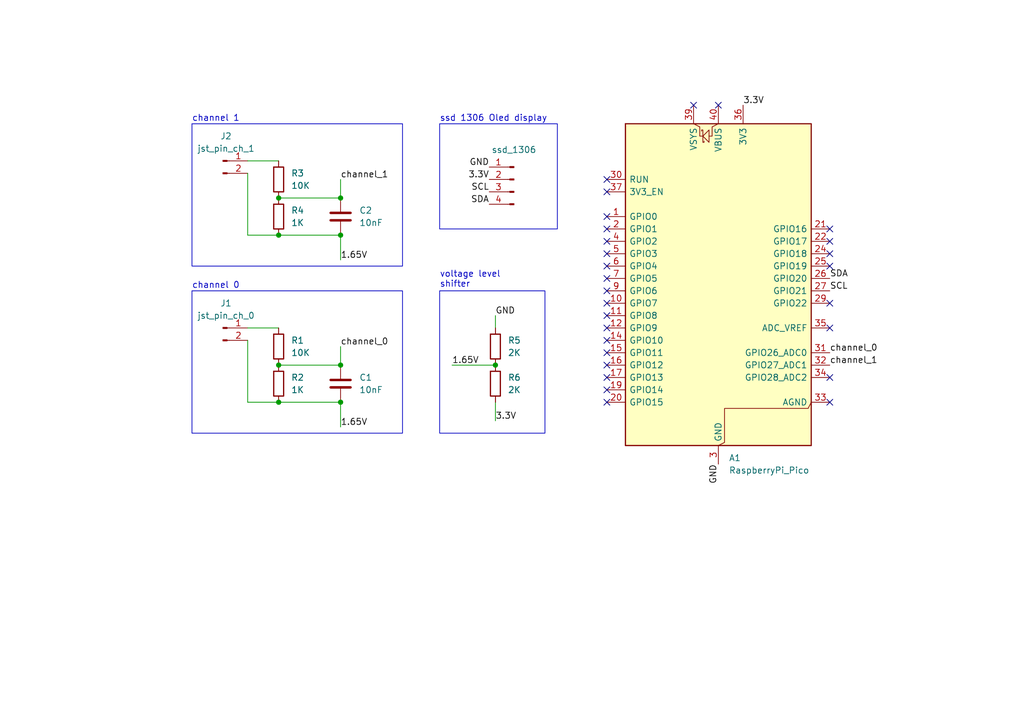
<source format=kicad_sch>
(kicad_sch (version 20250114) (generator "eeschema") (generator_version "9.0")
  (paper "A5")
  (lib_symbols
    (symbol "Connector:Conn_01x02_Pin" (pin_names (offset 1.016) (hide yes))
      (property "Reference" "J" (at 0 2.54 0))
      (property "Value" "Conn_01x02_Pin" (at 0 -5.08 0))
      (symbol "Conn_01x02_Pin_1_1"
        (rectangle (start 0.8636 0.127) (end 0 -0.127) (stroke (width 0.1524)) (fill (type outline)))
        (rectangle (start 0.8636 -2.413) (end 0 -2.667) (stroke (width 0.1524)) (fill (type outline)))
        (polyline (pts (xy 1.27 0) (xy 0.8636 0)) (stroke (width 0.1524)))
        (polyline (pts (xy 1.27 -2.54) (xy 0.8636 -2.54)) (stroke (width 0.1524)))
        (pin passive line (at 5.08 0 180) (length 3.81) (name "Pin_1") (number "1"))
        (pin passive line (at 5.08 -2.54 180) (length 3.81) (name "Pin_2") (number "2"))
      )
    )
    (symbol "Connector:Conn_01x04_Pin" (pin_names (offset 1.016) (hide yes))
      (property "Reference" "J" (at 0 5.08 0))
      (property "Value" "Conn_01x04_Pin" (at 0 -7.62 0))
      (symbol "Conn_01x04_Pin_1_1"
        (rectangle (start 0.8636 2.667) (end 0 2.413) (stroke (width 0.1524)) (fill (type outline)))
        (rectangle (start 0.8636 0.127) (end 0 -0.127) (stroke (width 0.1524)) (fill (type outline)))
        (rectangle (start 0.8636 -2.413) (end 0 -2.667) (stroke (width 0.1524)) (fill (type outline)))
        (rectangle (start 0.8636 -4.953) (end 0 -5.207) (stroke (width 0.1524)) (fill (type outline)))
        (polyline (pts (xy 1.27 2.54) (xy 0.8636 2.54)) (stroke (width 0.1524)))
        (polyline (pts (xy 1.27 0) (xy 0.8636 0)) (stroke (width 0.1524)))
        (polyline (pts (xy 1.27 -2.54) (xy 0.8636 -2.54)) (stroke (width 0.1524)))
        (polyline (pts (xy 1.27 -5.08) (xy 0.8636 -5.08)) (stroke (width 0.1524)))
        (pin passive line (at 5.08 2.54 180) (length 3.81) (name "Pin_1") (number "1"))
        (pin passive line (at 5.08 0 180) (length 3.81) (name "Pin_2") (number "2"))
        (pin passive line (at 5.08 -2.54 180) (length 3.81) (name "Pin_3") (number "3"))
        (pin passive line (at 5.08 -5.08 180) (length 3.81) (name "Pin_4") (number "4"))
      )
    )
    (symbol "Device:C" (pin_numbers (hide yes)) (pin_names (offset 0.254))
      (property "Reference" "C" (at 0.635 2.54 0))
      (property "Value" "C" (at 0.635 -2.54 0))
      (symbol "C_0_1"
        (polyline (pts (xy -2.032 0.762) (xy 2.032 0.762)) (stroke (width 0.508)))
        (polyline (pts (xy -2.032 -0.762) (xy 2.032 -0.762)) (stroke (width 0.508)))
      )
      (symbol "C_1_1"
        (pin passive line (at 0 3.81 270) (length 2.794) (name "~") (number "1"))
        (pin passive line (at 0 -3.81 90) (length 2.794) (name "~") (number "2"))
      )
    )
    (symbol "Device:R" (pin_numbers (hide yes)) (pin_names (offset 0))
      (property "Reference" "R" (at 2.032 0 90))
      (property "Value" "R" (at 0 0 90))
      (symbol "R_0_1"
        (rectangle (start -1.016 -2.54) (end 1.016 2.54) (stroke (width 0.254)))
      )
      (symbol "R_1_1"
        (pin passive line (at 0 3.81 270) (length 1.27) (name "~") (number "1"))
        (pin passive line (at 0 -3.81 90) (length 1.27) (name "~") (number "2"))
      )
    )
    (symbol "MCU_Module:RaspberryPi_Pico" (pin_names (offset 0.762))
      (property "Reference" "A" (at -19.05 35.56 0))
      (property "Value" "RaspberryPi_Pico" (at 7.62 35.56 0))
      (symbol "RaspberryPi_Pico_0_1"
        (rectangle (start -19.05 34.29) (end 19.05 -31.75) (stroke (width 0.254)) (fill (type background)))
        (polyline (pts (xy -5.08 34.29) (xy -3.81 33.655) (xy -3.81 31.75) (xy -3.175 31.75)))
        (polyline (pts (xy -3.429 32.766) (xy -3.429 33.02) (xy -3.175 33.02) (xy -3.175 30.48) (xy -2.921 30.48) (xy -2.921 30.734)))
        (polyline (pts (xy -3.175 31.75) (xy -1.905 33.02) (xy -1.905 30.48) (xy -3.175 31.75)))
        (polyline (pts (xy 0 34.29) (xy -1.27 33.655) (xy -1.27 31.75) (xy -1.905 31.75)))
        (polyline (pts (xy 0 -31.75) (xy 1.27 -31.115) (xy 1.27 -24.13) (xy 18.415 -24.13) (xy 19.05 -22.86)))
      )
      (symbol "RaspberryPi_Pico_1_1"
        (pin passive line (at -22.86 22.86 0) (length 3.81) (name "RUN") (number "30"))
        (pin passive line (at -22.86 20.32 0) (length 3.81) (name "3V3_EN") (number "37"))
        (pin bidirectional line (at -22.86 15.24 0) (length 3.81) (name "GPIO0") (number "1"))
        (pin bidirectional line (at -22.86 12.7 0) (length 3.81) (name "GPIO1") (number "2"))
        (pin bidirectional line (at -22.86 10.16 0) (length 3.81) (name "GPIO2") (number "4"))
        (pin bidirectional line (at -22.86 7.62 0) (length 3.81) (name "GPIO3") (number "5"))
        (pin bidirectional line (at -22.86 5.08 0) (length 3.81) (name "GPIO4") (number "6"))
        (pin bidirectional line (at -22.86 2.54 0) (length 3.81) (name "GPIO5") (number "7"))
        (pin bidirectional line (at -22.86 0 0) (length 3.81) (name "GPIO6") (number "9"))
        (pin bidirectional line (at -22.86 -2.54 0) (length 3.81) (name "GPIO7") (number "10"))
        (pin bidirectional line (at -22.86 -5.08 0) (length 3.81) (name "GPIO8") (number "11"))
        (pin bidirectional line (at -22.86 -7.62 0) (length 3.81) (name "GPIO9") (number "12"))
        (pin bidirectional line (at -22.86 -10.16 0) (length 3.81) (name "GPIO10") (number "14"))
        (pin bidirectional line (at -22.86 -12.7 0) (length 3.81) (name "GPIO11") (number "15"))
        (pin bidirectional line (at -22.86 -15.24 0) (length 3.81) (name "GPIO12") (number "16"))
        (pin bidirectional line (at -22.86 -17.78 0) (length 3.81) (name "GPIO13") (number "17"))
        (pin bidirectional line (at -22.86 -20.32 0) (length 3.81) (name "GPIO14") (number "19"))
        (pin bidirectional line (at -22.86 -22.86 0) (length 3.81) (name "GPIO15") (number "20"))
        (pin power_in line (at -5.08 38.1 270) (length 3.81) (name "VSYS") (number "39"))
        (pin power_out line (at 0 38.1 270) (length 3.81) (name "VBUS") (number "40"))
        (pin passive line (at 0 -35.56 90) (length 3.81) (hide yes) (name "GND") (number "13"))
        (pin passive line (at 0 -35.56 90) (length 3.81) (hide yes) (name "GND") (number "18"))
        (pin passive line (at 0 -35.56 90) (length 3.81) (hide yes) (name "GND") (number "23"))
        (pin passive line (at 0 -35.56 90) (length 3.81) (hide yes) (name "GND") (number "28"))
        (pin power_out line (at 0 -35.56 90) (length 3.81) (name "GND") (number "3"))
        (pin passive line (at 0 -35.56 90) (length 3.81) (hide yes) (name "GND") (number "38"))
        (pin passive line (at 0 -35.56 90) (length 3.81) (hide yes) (name "GND") (number "8"))
        (pin power_out line (at 5.08 38.1 270) (length 3.81) (name "3V3") (number "36"))
        (pin bidirectional line (at 22.86 12.7 180) (length 3.81) (name "GPIO16") (number "21"))
        (pin bidirectional line (at 22.86 10.16 180) (length 3.81) (name "GPIO17") (number "22"))
        (pin bidirectional line (at 22.86 7.62 180) (length 3.81) (name "GPIO18") (number "24"))
        (pin bidirectional line (at 22.86 5.08 180) (length 3.81) (name "GPIO19") (number "25"))
        (pin bidirectional line (at 22.86 2.54 180) (length 3.81) (name "GPIO20") (number "26"))
        (pin bidirectional line (at 22.86 0 180) (length 3.81) (name "GPIO21") (number "27"))
        (pin bidirectional line (at 22.86 -2.54 180) (length 3.81) (name "GPIO22") (number "29"))
        (pin power_in line (at 22.86 -7.62 180) (length 3.81) (name "ADC_VREF") (number "35"))
        (pin bidirectional line (at 22.86 -12.7 180) (length 3.81) (name "GPIO26_ADC0") (number "31"))
        (pin bidirectional line (at 22.86 -15.24 180) (length 3.81) (name "GPIO27_ADC1") (number "32"))
        (pin bidirectional line (at 22.86 -17.78 180) (length 3.81) (name "GPIO28_ADC2") (number "34"))
        (pin power_out line (at 22.86 -22.86 180) (length 3.81) (name "AGND") (number "33"))
      )
    )
  )
  (rectangle (start 39.37 59.69) (end 82.55 88.9))
  (rectangle (start 39.37 25.4) (end 82.55 54.61))
  (rectangle (start 90.17 59.69) (end 111.76 88.9))
  (rectangle (start 90.17 25.4) (end 114.3 46.99))
  (text "ssd 1306 Oled display" (at 90.17 24.384 0) (effects (font (size 1.27 1.27)) (justify left)))
  (text "voltage level\nshifter" (at 90.17 57.404 0) (effects (font (size 1.27 1.27)) (justify left)))
  (text "channel 0" (at 39.37 58.674 0) (effects (font (size 1.27 1.27)) (justify left)))
  (text "channel 1" (at 39.37 24.384 0) (effects (font (size 1.27 1.27)) (justify left)))
  (junction (at 57.15 48.26))
  (junction (at 69.85 82.55))
  (junction (at 69.85 48.26))
  (junction (at 69.85 74.93))
  (junction (at 57.15 82.55))
  (junction (at 69.85 40.64))
  (junction (at 101.6 74.93))
  (junction (at 57.15 40.64))
  (junction (at 57.15 74.93))
  (no_connect (at 124.46 72.39))
  (no_connect (at 124.46 57.15))
  (no_connect (at 124.46 46.99))
  (no_connect (at 170.18 77.47))
  (no_connect (at 124.46 49.53))
  (no_connect (at 170.18 54.61))
  (no_connect (at 170.18 52.07))
  (no_connect (at 170.18 46.99))
  (no_connect (at 124.46 80.01))
  (no_connect (at 124.46 54.61))
  (no_connect (at 124.46 44.45))
  (no_connect (at 142.24 21.59))
  (no_connect (at 124.46 69.85))
  (no_connect (at 170.18 82.55))
  (no_connect (at 170.18 67.31))
  (no_connect (at 124.46 77.47))
  (no_connect (at 124.46 59.69))
  (no_connect (at 124.46 52.07))
  (no_connect (at 124.46 62.23))
  (no_connect (at 170.18 49.53))
  (no_connect (at 124.46 36.83))
  (no_connect (at 124.46 39.37))
  (no_connect (at 124.46 64.77))
  (no_connect (at 170.18 62.23))
  (no_connect (at 124.46 67.31))
  (no_connect (at 124.46 82.55))
  (no_connect (at 147.32 21.59))
  (no_connect (at 124.46 74.93))
  (wire (pts (xy 50.8 33.02) (xy 57.15 33.02)))
  (wire (pts (xy 69.85 82.55) (xy 69.85 87.63)))
  (wire (pts (xy 50.8 82.55) (xy 57.15 82.55)))
  (wire (pts (xy 69.85 71.12) (xy 69.85 74.93)))
  (wire (pts (xy 57.15 40.64) (xy 69.85 40.64)))
  (wire (pts (xy 50.8 35.56) (xy 50.8 48.26)))
  (wire (pts (xy 92.71 74.93) (xy 101.6 74.93)))
  (wire (pts (xy 50.8 48.26) (xy 57.15 48.26)))
  (wire (pts (xy 101.6 86.36) (xy 101.6 82.55)))
  (wire (pts (xy 50.8 69.85) (xy 50.8 82.55)))
  (wire (pts (xy 69.85 36.83) (xy 69.85 40.64)))
  (wire (pts (xy 57.15 74.93) (xy 69.85 74.93)))
  (wire (pts (xy 69.85 48.26) (xy 69.85 53.34)))
  (wire (pts (xy 57.15 82.55) (xy 69.85 82.55)))
  (wire (pts (xy 101.6 64.77) (xy 101.6 67.31)))
  (wire (pts (xy 50.8 67.31) (xy 57.15 67.31)))
  (wire (pts (xy 57.15 48.26) (xy 69.85 48.26)))
  (label "GND" (at 101.6 64.77 0))
  (label "SDA" (at 170.18 57.15 0))
  (label "SDA" (at 100.33 41.91 180))
  (label "GND" (at 147.32 95.25 270))
  (label "channel_1" (at 170.18 74.93 0))
  (label "3.3V" (at 100.33 36.83 180))
  (label "3.3V" (at 152.4 21.59 0))
  (label "SCL" (at 100.33 39.37 180))
  (label "SCL" (at 170.18 59.69 0))
  (label "1.65V" (at 69.85 87.63 0))
  (label "3.3V" (at 101.6 86.36 0))
  (label "channel_0" (at 170.18 72.39 0))
  (label "channel_0" (at 69.85 71.12 0))
  (label "1.65V" (at 69.85 53.34 0))
  (label "1.65V" (at 92.71 74.93 0))
  (label "channel_1" (at 69.85 36.83 0))
  (label "GND" (at 100.33 34.29 180))
  (symbol (lib_id "Connector:Conn_01x02_Pin") (at 45.72 67.31 0) (unit 1)
    (property "Reference" "J1" (at 46.355 62.23 0))
    (property "Value" "jst_pin_ch_0" (at 46.355 64.77 0))
    (property "Footprint" "Connector_JST:JST_EH_B2B-EH-A_1x02_P2.50mm_Vertical" (effects (hide yes)))
    (property "Description" "Generic connector, single row, 01x02, script generated" (effects (hide yes)))
  )
  (symbol (lib_id "Device:R") (at 101.6 71.12 0) (unit 1)
    (property "Reference" "R5" (at 104.14 69.8499 0) (effects (justify left)))
    (property "Value" "2K" (at 104.14 72.3899 0) (effects (justify left)))
    (property "Footprint" "Resistor_THT:R_Axial_DIN0204_L3.6mm_D1.6mm_P5.08mm_Horizontal" (effects (hide yes)))
    (property "Description" "Resistor" (effects (hide yes)))
  )
  (symbol (lib_id "Device:R") (at 57.15 44.45 0) (unit 1)
    (property "Reference" "R4" (at 59.69 43.1799 0) (effects (justify left)))
    (property "Value" "1K" (at 59.69 45.7199 0) (effects (justify left)))
    (property "Footprint" "Resistor_THT:R_Axial_DIN0204_L3.6mm_D1.6mm_P5.08mm_Horizontal" (effects (hide yes)))
    (property "Description" "Resistor" (effects (hide yes)))
  )
  (symbol (lib_id "Device:R") (at 57.15 71.12 0) (unit 1)
    (property "Reference" "R1" (at 59.69 69.8499 0) (effects (justify left)))
    (property "Value" "10K" (at 59.69 72.3899 0) (effects (justify left)))
    (property "Footprint" "Resistor_THT:R_Axial_DIN0204_L3.6mm_D1.6mm_P5.08mm_Horizontal" (effects (hide yes)))
    (property "Description" "Resistor" (effects (hide yes)))
  )
  (symbol (lib_id "Device:R") (at 101.6 78.74 0) (unit 1)
    (property "Reference" "R6" (at 104.14 77.4699 0) (effects (justify left)))
    (property "Value" "2K" (at 104.14 80.0099 0) (effects (justify left)))
    (property "Footprint" "Resistor_THT:R_Axial_DIN0204_L3.6mm_D1.6mm_P5.08mm_Horizontal" (effects (hide yes)))
    (property "Description" "Resistor" (effects (hide yes)))
  )
  (symbol (lib_id "Device:R") (at 57.15 78.74 0) (unit 1)
    (property "Reference" "R2" (at 59.69 77.4699 0) (effects (justify left)))
    (property "Value" "1K" (at 59.69 80.0099 0) (effects (justify left)))
    (property "Footprint" "Resistor_THT:R_Axial_DIN0204_L3.6mm_D1.6mm_P5.08mm_Horizontal" (effects (hide yes)))
    (property "Description" "Resistor" (effects (hide yes)))
  )
  (symbol (lib_id "Device:C") (at 69.85 78.74 0) (unit 1)
    (property "Reference" "C1" (at 73.66 77.4699 0) (effects (justify left)))
    (property "Value" "10nF" (at 73.66 80.0099 0) (effects (justify left)))
    (property "Footprint" "Capacitor_THT:C_Disc_D3.0mm_W1.6mm_P2.50mm" (effects (hide yes)))
    (property "Description" "Unpolarized capacitor" (effects (hide yes)))
  )
  (symbol (lib_id "Connector:Conn_01x04_Pin") (at 105.41 36.83 0) (mirror y) (unit 1)
    (property "Reference" "ssd_1306" (at 105.41 30.734 0))
    (property "Value" "ssd_1306" (effects (hide yes)))
    (property "Footprint" "Connector_JST:JST_EH_B4B-EH-A_1x04_P2.50mm_Vertical" (effects (hide yes)))
    (property "Description" "Generic connector, single row, 01x04, script generated" (effects (hide yes)))
  )
  (symbol (lib_id "Device:R") (at 57.15 36.83 0) (unit 1)
    (property "Reference" "R3" (at 59.69 35.5599 0) (effects (justify left)))
    (property "Value" "10K" (at 59.69 38.0999 0) (effects (justify left)))
    (property "Footprint" "Resistor_THT:R_Axial_DIN0204_L3.6mm_D1.6mm_P5.08mm_Horizontal" (effects (hide yes)))
    (property "Description" "Resistor" (effects (hide yes)))
  )
  (symbol (lib_id "Connector:Conn_01x02_Pin") (at 45.72 33.02 0) (unit 1)
    (property "Reference" "J2" (at 46.355 27.94 0))
    (property "Value" "jst_pin_ch_1" (at 46.355 30.48 0))
    (property "Footprint" "Connector_JST:JST_EH_B2B-EH-A_1x02_P2.50mm_Vertical" (effects (hide yes)))
    (property "Description" "Generic connector, single row, 01x02, script generated" (effects (hide yes)))
  )
  (symbol (lib_id "Device:C") (at 69.85 44.45 0) (unit 1)
    (property "Reference" "C2" (at 73.66 43.1799 0) (effects (justify left)))
    (property "Value" "10nF" (at 73.66 45.7199 0) (effects (justify left)))
    (property "Footprint" "Capacitor_THT:C_Disc_D3.0mm_W1.6mm_P2.50mm" (effects (hide yes)))
    (property "Description" "Unpolarized capacitor" (effects (hide yes)))
  )
  (symbol (lib_id "MCU_Module:RaspberryPi_Pico") (at 147.32 59.69 0) (unit 1)
    (property "Reference" "A1" (at 149.4633 93.98 0) (effects (justify left)))
    (property "Value" "RaspberryPi_Pico" (at 149.4633 96.52 0) (effects (justify left)))
    (property "Footprint" "Module:RaspberryPi_Pico_Common_Unspecified" (effects (hide yes)))
    (property "Datasheet" "https://datasheets.raspberrypi.com/pico/pico-datasheet.pdf" (effects (hide yes)))
    (property "Description" "Versatile and inexpensive microcontroller module powered by RP2040 dual-core Arm Cortex-M0+ processor up to 133 MHz, 264kB SRAM, 2MB QSPI flash; also supports Raspberry Pi Pico 2" (effects (hide yes)))
  )
)
</source>
